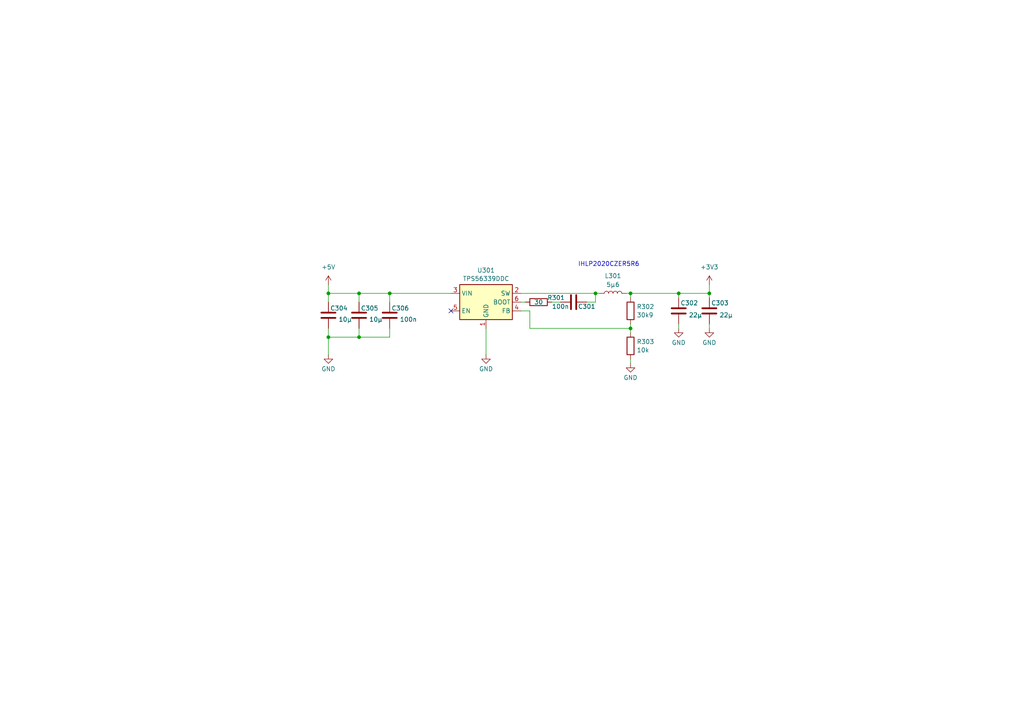
<source format=kicad_sch>
(kicad_sch (version 20231120) (generator "eeschema") (generator_version "8.0")
  (paper "A4")
  (title_block (title "VersaTerm Synthron Adaptation") (date "2024-09-26") (rev "1.0") (company "Synthron"))
  (lib_symbols
    (symbol "Device:C" (pin_numbers hide) (pin_names (offset 0.254))
      (property "Reference" "C" (at 0.635 2.54 0))
      (property "Value" "C" (at 0.635 -2.54 0))
      (symbol "C_0_1"
        (polyline (pts (xy -2.032 -0.762) (xy 2.032 -0.762)) (stroke (width 0.508)))
        (polyline (pts (xy -2.032 0.762) (xy 2.032 0.762)) (stroke (width 0.508)))
      )
      (symbol "C_1_1"
        (pin passive line (at 0 3.81 270) (length 2.794) (name "~") (number "1"))
        (pin passive line (at 0 -3.81 90) (length 2.794) (name "~") (number "2"))
      )
    )
    (symbol "Device:L" (pin_numbers hide) (pin_names (offset 1.016) hide)
      (property "Reference" "L" (at -1.27 0 90))
      (property "Value" "L" (at 1.905 0 90))
      (symbol "L_0_1"
        (arc (start 0 -2.54) (mid 0.6323 -1.905) (end 0 -1.27))
        (arc (start 0 -1.27) (mid 0.6323 -0.635) (end 0 0))
        (arc (start 0 0) (mid 0.6323 0.635) (end 0 1.27))
        (arc (start 0 1.27) (mid 0.6323 1.905) (end 0 2.54))
      )
      (symbol "L_1_1"
        (pin passive line (at 0 3.81 270) (length 1.27) (name "1") (number "1"))
        (pin passive line (at 0 -3.81 90) (length 1.27) (name "2") (number "2"))
      )
    )
    (symbol "Device:R" (pin_numbers hide) (pin_names (offset 0))
      (property "Reference" "R" (at 2.032 0 90))
      (property "Value" "R" (at 0 0 90))
      (symbol "R_0_1"
        (rectangle (start -1.016 -2.54) (end 1.016 2.54) (stroke (width 0.254)))
      )
      (symbol "R_1_1"
        (pin passive line (at 0 3.81 270) (length 1.27) (name "~") (number "1"))
        (pin passive line (at 0 -3.81 90) (length 1.27) (name "~") (number "2"))
      )
    )
    (symbol "Regulator_Switching:TPS56339DDC"
      (property "Reference" "U" (at -7.62 6.35 0))
      (property "Value" "TPS56339DDC" (at -2.54 6.35 0))
      (symbol "TPS56339DDC_0_1"
        (rectangle (start -7.62 5.08) (end 7.62 -5.08) (stroke (width 0.254)) (fill (type background)))
      )
      (symbol "TPS56339DDC_1_1"
        (pin power_in line (at 0 -7.62 90) (length 2.54) (name "GND") (number "1"))
        (pin power_out line (at 10.16 2.54 180) (length 2.54) (name "SW") (number "2"))
        (pin power_in line (at -10.16 2.54 0) (length 2.54) (name "VIN") (number "3"))
        (pin input line (at 10.16 -2.54 180) (length 2.54) (name "FB") (number "4"))
        (pin input line (at -10.16 -2.54 0) (length 2.54) (name "EN") (number "5"))
        (pin passive line (at 10.16 0 180) (length 2.54) (name "BOOT") (number "6"))
      )
    )
    (symbol "power:+3V3" (power) (pin_numbers hide) (pin_names (offset 0) hide)
      (property "Value" "+3V3" (at 0 3.556 0))
      (symbol "+3V3_0_1"
        (polyline (pts (xy -0.762 1.27) (xy 0 2.54)))
        (polyline (pts (xy 0 0) (xy 0 2.54)))
        (polyline (pts (xy 0 2.54) (xy 0.762 1.27)))
      )
      (symbol "+3V3_1_1"
        (pin power_in line (at 0 0 90) (length 0) (name "~") (number "1"))
      )
    )
    (symbol "power:+5V" (power) (pin_numbers hide) (pin_names (offset 0) hide)
      (property "Value" "+5V" (at 0 3.556 0))
      (symbol "+5V_0_1"
        (polyline (pts (xy -0.762 1.27) (xy 0 2.54)))
        (polyline (pts (xy 0 0) (xy 0 2.54)))
        (polyline (pts (xy 0 2.54) (xy 0.762 1.27)))
      )
      (symbol "+5V_1_1"
        (pin power_in line (at 0 0 90) (length 0) (name "~") (number "1"))
      )
    )
    (symbol "power:GND" (power) (pin_names (offset 0))
      (property "Value" "GND" (at 0 -3.81 0))
      (symbol "GND_0_1"
        (polyline (pts (xy 0 0) (xy 0 -1.27) (xy 1.27 -1.27) (xy 0 -2.54) (xy -1.27 -1.27) (xy 0 -1.27)))
      )
      (symbol "GND_1_1"
        (pin power_in line (at 0 0 270) (length 0) hide (name "GND") (number "1"))
      )
    )
  )
  (junction (at 95.25 97.79))
  (junction (at 196.85 85.09))
  (junction (at 95.25 85.09))
  (junction (at 182.88 95.25))
  (junction (at 113.03 85.09))
  (junction (at 205.74 85.09))
  (junction (at 172.72 85.09))
  (junction (at 104.14 97.79))
  (junction (at 104.14 85.09))
  (junction (at 182.88 85.09))
  (no_connect (at 130.81 90.17))
  (wire (pts (xy 104.14 97.79) (xy 95.25 97.79)))
  (wire (pts (xy 172.72 85.09) (xy 173.99 85.09)))
  (wire (pts (xy 172.72 87.63) (xy 170.18 87.63)))
  (wire (pts (xy 140.97 102.87) (xy 140.97 95.25)))
  (wire (pts (xy 113.03 95.25) (xy 113.03 97.79)))
  (wire (pts (xy 181.61 85.09) (xy 182.88 85.09)))
  (wire (pts (xy 95.25 85.09) (xy 95.25 87.63)))
  (wire (pts (xy 182.88 104.14) (xy 182.88 105.41)))
  (wire (pts (xy 113.03 97.79) (xy 104.14 97.79)))
  (wire (pts (xy 95.25 85.09) (xy 104.14 85.09)))
  (wire (pts (xy 182.88 85.09) (xy 182.88 86.36)))
  (wire (pts (xy 95.25 82.55) (xy 95.25 85.09)))
  (wire (pts (xy 153.67 95.25) (xy 182.88 95.25)))
  (wire (pts (xy 153.67 90.17) (xy 153.67 95.25)))
  (wire (pts (xy 104.14 87.63) (xy 104.14 85.09)))
  (wire (pts (xy 104.14 95.25) (xy 104.14 97.79)))
  (wire (pts (xy 95.25 97.79) (xy 95.25 102.87)))
  (wire (pts (xy 172.72 85.09) (xy 172.72 87.63)))
  (wire (pts (xy 95.25 95.25) (xy 95.25 97.79)))
  (wire (pts (xy 196.85 93.98) (xy 196.85 95.25)))
  (wire (pts (xy 151.13 85.09) (xy 172.72 85.09)))
  (wire (pts (xy 182.88 93.98) (xy 182.88 95.25)))
  (wire (pts (xy 151.13 90.17) (xy 153.67 90.17)))
  (wire (pts (xy 104.14 85.09) (xy 113.03 85.09)))
  (wire (pts (xy 113.03 85.09) (xy 130.81 85.09)))
  (wire (pts (xy 205.74 85.09) (xy 205.74 86.36)))
  (wire (pts (xy 182.88 85.09) (xy 196.85 85.09)))
  (wire (pts (xy 196.85 85.09) (xy 196.85 86.36)))
  (wire (pts (xy 182.88 95.25) (xy 182.88 96.52)))
  (wire (pts (xy 151.13 87.63) (xy 152.4 87.63)))
  (wire (pts (xy 160.02 87.63) (xy 162.56 87.63)))
  (wire (pts (xy 205.74 82.55) (xy 205.74 85.09)))
  (wire (pts (xy 113.03 85.09) (xy 113.03 87.63)))
  (wire (pts (xy 205.74 93.98) (xy 205.74 95.25)))
  (wire (pts (xy 196.85 85.09) (xy 205.74 85.09)))
  (text "IHLP2020CZER5R6" (at 167.64 77.47 0) (effects (font (size 1.27 1.27)) (justify left bottom)))
  (symbol (lib_id "Device:C") (at 205.74 90.17 0) (unit 1)
    (property "Reference" "C303" (at 206.248 87.884 0) (effects (justify left)))
    (property "Value" "22µ" (at 208.661 91.3821 0) (effects (justify left)))
    (property "Footprint" "Capacitor_SMD:C_0805_2012Metric" (effects (hide yes)))
  )
  (symbol (lib_id "power:GND") (at 182.88 105.41 0) (unit 1)
    (property "Reference" "#PWR0307" (effects (hide yes)))
    (property "Value" "GND" (at 182.88 109.5431 0))
  )
  (symbol (lib_id "Device:R") (at 156.21 87.63 270) (unit 1)
    (property "Reference" "R301" (at 161.29 86.36 90))
    (property "Value" "30" (at 156.21 87.63 90))
    (property "Footprint" "Resistor_SMD:R_0805_2012Metric" (effects (hide yes)))
  )
  (symbol (lib_id "Device:L") (at 177.8 85.09 90) (unit 1)
    (property "Reference" "L301" (at 177.8 80.01 90))
    (property "Value" "5µ6" (at 177.8 82.55 90))
    (property "Footprint" "Inductor_SMD:L_Vishay_IHLP-2020" (effects (hide yes)))
    (property "Datasheet" "https://www.vishay.com/docs/34363/ihlp4040dz8a.pdf" (effects (hide yes)))
  )
  (symbol (lib_id "Device:C") (at 196.85 90.17 0) (unit 1)
    (property "Reference" "C302" (at 197.358 87.884 0) (effects (justify left)))
    (property "Value" "22µ" (at 199.771 91.3821 0) (effects (justify left)))
    (property "Footprint" "Capacitor_SMD:C_0805_2012Metric" (effects (hide yes)))
  )
  (symbol (lib_id "power:GND") (at 95.25 102.87 0) (unit 1)
    (property "Reference" "#PWR0305" (effects (hide yes)))
    (property "Value" "GND" (at 95.25 107.0031 0))
  )
  (symbol (lib_id "power:GND") (at 196.85 95.25 0) (unit 1)
    (property "Reference" "#PWR0303" (effects (hide yes)))
    (property "Value" "GND" (at 196.85 99.3831 0))
  )
  (symbol (lib_id "Device:R") (at 182.88 100.33 0) (unit 1)
    (property "Reference" "R303" (at 184.658 99.1179 0) (effects (justify left)))
    (property "Value" "10k" (at 184.658 101.5421 0) (effects (justify left)))
    (property "Footprint" "Resistor_SMD:R_0805_2012Metric" (effects (hide yes)))
  )
  (symbol (lib_id "power:GND") (at 140.97 102.87 0) (unit 1)
    (property "Reference" "#PWR0306" (effects (hide yes)))
    (property "Value" "GND" (at 140.97 107.0031 0))
  )
  (symbol (lib_id "Regulator_Switching:TPS56339DDC") (at 140.97 87.63 0) (unit 1)
    (property "Reference" "U301" (at 140.97 78.4057 0))
    (property "Value" "TPS56339DDC" (at 140.97 80.8299 0))
    (property "Footprint" "Package_TO_SOT_SMD:SOT-23-6" (effects (hide yes)))
    (property "Datasheet" "https://www.ti.com/lit/ds/symlink/tps56339.pdf" (effects (hide yes)))
  )
  (symbol (lib_id "power:GND") (at 205.74 95.25 0) (unit 1)
    (property "Reference" "#PWR0304" (effects (hide yes)))
    (property "Value" "GND" (at 205.74 99.3831 0))
  )
  (symbol (lib_id "Device:C") (at 166.37 87.63 90) (unit 1)
    (property "Reference" "C301" (at 170.18 88.9 90))
    (property "Value" "100n" (at 162.56 88.9 90))
    (property "Footprint" "Capacitor_SMD:C_0805_2012Metric" (effects (hide yes)))
  )
  (symbol (lib_id "power:+3V3") (at 205.74 82.55 0) (unit 1)
    (property "Reference" "#PWR0302" (effects (hide yes)))
    (property "Value" "+3V3" (at 205.74 77.47 0))
    (property "Description" "Power symbol creates a global label with name \"+3V3\"" (effects (hide yes)))
  )
  (symbol (lib_id "Device:C") (at 95.25 91.44 0) (unit 1)
    (property "Reference" "C304" (at 95.758 89.408 0) (effects (justify left)))
    (property "Value" "10µ" (at 98.171 92.6521 0) (effects (justify left)))
    (property "Footprint" "Capacitor_SMD:C_0805_2012Metric" (effects (hide yes)))
  )
  (symbol (lib_id "Device:R") (at 182.88 90.17 0) (unit 1)
    (property "Reference" "R302" (at 184.658 88.9579 0) (effects (justify left)))
    (property "Value" "30k9" (at 184.658 91.3821 0) (effects (justify left)))
    (property "Footprint" "Resistor_SMD:R_0805_2012Metric" (effects (hide yes)))
  )
  (symbol (lib_id "power:+5V") (at 95.25 82.55 0) (unit 1)
    (property "Reference" "#PWR0301" (effects (hide yes)))
    (property "Value" "+5V" (at 95.25 77.47 0))
    (property "Description" "Power symbol creates a global label with name \"+5V\"" (effects (hide yes)))
  )
  (symbol (lib_id "Device:C") (at 113.03 91.44 0) (unit 1)
    (property "Reference" "C306" (at 113.538 89.408 0) (effects (justify left)))
    (property "Value" "100n" (at 115.951 92.6521 0) (effects (justify left)))
    (property "Footprint" "Capacitor_SMD:C_0805_2012Metric" (effects (hide yes)))
  )
  (symbol (lib_id "Device:C") (at 104.14 91.44 0) (unit 1)
    (property "Reference" "C305" (at 104.648 89.408 0) (effects (justify left)))
    (property "Value" "10µ" (at 107.061 92.6521 0) (effects (justify left)))
    (property "Footprint" "Capacitor_SMD:C_0805_2012Metric" (effects (hide yes)))
  )
)
</source>
